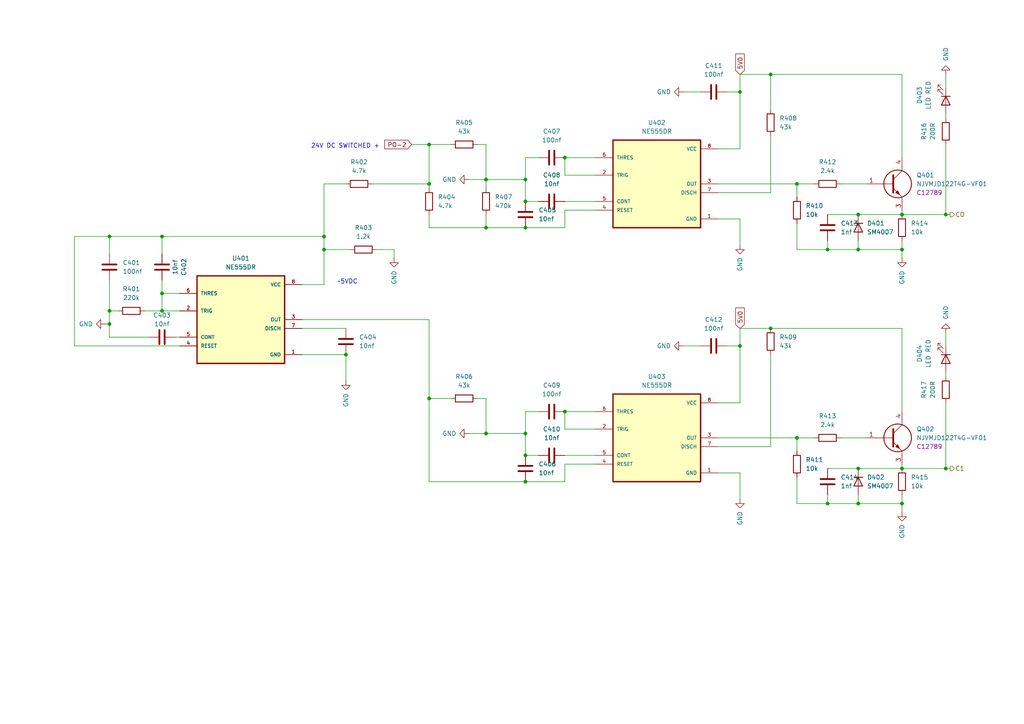
<source format=kicad_sch>
(kicad_sch (version 20211123) (generator eeschema)
  (paper "A4")
  (lib_symbols
    (symbol "Device:C" (pin_numbers hide) (pin_names (offset 0.254))
      (property "Reference" "C" (at 0.635 2.54 0))
      (property "Value" "C" (at 0.635 -2.54 0))
      (symbol "C_0_1"
        (polyline (pts (xy -2.032 -0.762) (xy 2.032 -0.762)) (stroke (width 0.508)))
        (polyline (pts (xy -2.032 0.762) (xy 2.032 0.762)) (stroke (width 0.508)))
      )
      (symbol "C_1_1"
        (pin passive line (at 0 3.81 270) (length 2.794) (name "~") (number "1"))
        (pin passive line (at 0 -3.81 90) (length 2.794) (name "~") (number "2"))
      )
    )
    (symbol "Device:LED" (pin_numbers hide) (pin_names (offset 1.016) hide)
      (property "Reference" "D" (at 0 2.54 0))
      (property "Value" "LED" (at 0 -2.54 0))
      (symbol "LED_0_1"
        (polyline (pts (xy -1.27 -1.27) (xy -1.27 1.27)) (stroke (width 0.254)))
        (polyline (pts (xy -1.27 0) (xy 1.27 0)))
        (polyline (pts (xy 1.27 -1.27) (xy 1.27 1.27) (xy -1.27 0) (xy 1.27 -1.27)) (stroke (width 0.254)))
        (polyline (pts (xy -3.048 -0.762) (xy -4.572 -2.286) (xy -3.81 -2.286) (xy -4.572 -2.286) (xy -4.572 -1.524)))
        (polyline (pts (xy -1.778 -0.762) (xy -3.302 -2.286) (xy -2.54 -2.286) (xy -3.302 -2.286) (xy -3.302 -1.524)))
      )
      (symbol "LED_1_1"
        (pin passive line (at -3.81 0 0) (length 2.54) (name "K") (number "1"))
        (pin passive line (at 3.81 0 180) (length 2.54) (name "A") (number "2"))
      )
    )
    (symbol "Device:R" (pin_numbers hide) (pin_names (offset 0))
      (property "Reference" "R" (at 2.032 0 90))
      (property "Value" "R" (at 0 0 90))
      (symbol "R_0_1"
        (rectangle (start -1.016 -2.54) (end 1.016 2.54) (stroke (width 0.254)))
      )
      (symbol "R_1_1"
        (pin passive line (at 0 3.81 270) (length 1.27) (name "~") (number "1"))
        (pin passive line (at 0 -3.81 90) (length 1.27) (name "~") (number "2"))
      )
    )
    (symbol "Diode:SM4007" (pin_numbers hide) (pin_names (offset 1.016) hide)
      (property "Reference" "D" (at 0 2.54 0))
      (property "Value" "SM4007" (at 0 -2.54 0))
      (symbol "SM4007_0_1"
        (polyline (pts (xy -1.27 1.27) (xy -1.27 -1.27)) (stroke (width 0.254)))
        (polyline (pts (xy 1.27 0) (xy -1.27 0)))
        (polyline (pts (xy 1.27 1.27) (xy 1.27 -1.27) (xy -1.27 0) (xy 1.27 1.27)) (stroke (width 0.254)))
      )
      (symbol "SM4007_1_1"
        (pin passive line (at -3.81 0 0) (length 2.54) (name "K") (number "1"))
        (pin passive line (at 3.81 0 180) (length 2.54) (name "A") (number "2"))
      )
    )
    (symbol "PCB_Library:NE555DR" (pin_names (offset 1.016))
      (property "Reference" "U" (at -12.7 13.6906 0))
      (property "Value" "NE555DR" (at -12.7 -16.6878 0))
      (symbol "NE555DR_0_0"
        (rectangle (start -12.7 -12.7) (end 12.7 12.7) (stroke (width 0.4064)) (fill (type background)))
        (pin power_in line (at 17.78 -10.16 180) (length 5.08) (name "GND") (number "1"))
        (pin input line (at -17.78 2.54 0) (length 5.08) (name "TRIG") (number "2"))
        (pin output line (at 17.78 0 180) (length 5.08) (name "OUT") (number "3"))
        (pin input line (at -17.78 -7.62 0) (length 5.08) (name "RESET") (number "4"))
        (pin bidirectional line (at -17.78 -5.08 0) (length 5.08) (name "CONT") (number "5"))
        (pin input line (at -17.78 7.62 0) (length 5.08) (name "THRES") (number "6"))
        (pin output line (at 17.78 -2.54 180) (length 5.08) (name "DISCH") (number "7"))
        (pin power_in line (at 17.78 10.16 180) (length 5.08) (name "VCC") (number "8"))
      )
    )
    (symbol "PCB_Library:NJVMJD122T4G-VF01" (pin_names (offset 0.762))
      (property "Reference" "Q" (at 13.97 1.27 0))
      (property "Value" "NJVMJD122T4G-VF01" (at 13.97 -1.27 0))
      (property "LCSC" "C12789" (at 0 0 0))
      (symbol "NJVMJD122T4G-VF01_0_0"
        (pin passive line (at 0 0 0) (length 2.54) (name "~") (number "1"))
        (pin passive line (at 10.16 -7.62 90) (length 2.54) (name "~") (number "3"))
        (pin passive line (at 10.16 7.62 270) (length 2.54) (name "~") (number "4"))
      )
      (symbol "NJVMJD122T4G-VF01_0_1"
        (polyline (pts (xy 2.54 0) (xy 7.62 0)) (stroke (width 0.1524)))
        (polyline (pts (xy 7.62 -1.27) (xy 10.16 -3.81)) (stroke (width 0.1524)))
        (polyline (pts (xy 7.62 1.27) (xy 10.16 3.81)) (stroke (width 0.1524)))
        (polyline (pts (xy 7.62 2.54) (xy 7.62 -2.54)) (stroke (width 0.508)))
        (polyline (pts (xy 10.16 -3.81) (xy 10.16 -5.08)) (stroke (width 0.1524)))
        (polyline (pts (xy 10.16 3.81) (xy 10.16 5.08)) (stroke (width 0.1524)))
        (polyline (pts (xy 8.382 -2.54) (xy 8.89 -2.032) (xy 9.398 -3.048) (xy 8.382 -2.54)) (stroke (width 0.254)) (fill (type outline)))
        (circle (center 8.89 0) (radius 4.0132) (stroke (width 0.254)))
      )
    )
    (symbol "power:GND" (power) (pin_names (offset 0))
      (property "Value" "GND" (at 0 -3.81 0))
      (symbol "GND_0_1"
        (polyline (pts (xy 0 0) (xy 0 -1.27) (xy 1.27 -1.27) (xy 0 -2.54) (xy -1.27 -1.27) (xy 0 -1.27)))
      )
      (symbol "GND_1_1"
        (pin power_in line (at 0 0 270) (length 0) hide (name "GND") (number "1"))
      )
    )
  )
  (junction (at 261.62 135.89))
  (junction (at 124.46 41.91))
  (junction (at 152.4 66.04))
  (junction (at 248.92 62.23))
  (junction (at 140.97 125.73))
  (junction (at 214.63 100.33))
  (junction (at 140.97 52.07))
  (junction (at 152.4 139.7))
  (junction (at 152.4 52.07))
  (junction (at 93.98 72.39))
  (junction (at 261.62 146.05))
  (junction (at 248.92 135.89))
  (junction (at 261.62 62.23))
  (junction (at 223.52 95.25))
  (junction (at 248.92 146.05))
  (junction (at 46.99 90.17))
  (junction (at 240.03 72.39))
  (junction (at 163.83 119.38))
  (junction (at 274.32 62.23))
  (junction (at 46.99 85.09))
  (junction (at 248.92 72.39))
  (junction (at 140.97 66.04))
  (junction (at 223.52 21.59))
  (junction (at 152.4 125.73))
  (junction (at 214.63 26.67))
  (junction (at 152.4 58.42))
  (junction (at 240.03 146.05))
  (junction (at 231.14 53.34))
  (junction (at 124.46 115.57))
  (junction (at 261.62 72.39))
  (junction (at 274.32 135.89))
  (junction (at 31.75 90.17))
  (junction (at 100.33 102.87))
  (junction (at 31.75 68.58))
  (junction (at 46.99 68.58))
  (junction (at 31.75 93.98))
  (junction (at 152.4 132.08))
  (junction (at 93.98 68.58))
  (junction (at 231.14 127))
  (junction (at 163.83 45.72))
  (junction (at 124.46 53.34))
  (wire (pts (xy 138.43 115.57) (xy 140.97 115.57)))
  (wire (pts (xy 46.99 85.09) (xy 46.99 90.17)))
  (wire (pts (xy 248.92 146.05) (xy 261.62 146.05)))
  (wire (pts (xy 274.32 100.33) (xy 274.32 96.52)))
  (wire (pts (xy 31.75 97.79) (xy 43.18 97.79)))
  (wire (pts (xy 261.62 143.51) (xy 261.62 146.05)))
  (wire (pts (xy 93.98 72.39) (xy 101.6 72.39)))
  (wire (pts (xy 172.72 119.38) (xy 163.83 119.38)))
  (wire (pts (xy 163.83 134.62) (xy 163.83 139.7)))
  (wire (pts (xy 261.62 69.85) (xy 261.62 72.39)))
  (wire (pts (xy 135.89 52.07) (xy 140.97 52.07)))
  (wire (pts (xy 261.62 60.96) (xy 261.62 62.23)))
  (wire (pts (xy 93.98 53.34) (xy 93.98 68.58)))
  (wire (pts (xy 240.03 143.51) (xy 240.03 146.05)))
  (wire (pts (xy 31.75 90.17) (xy 31.75 93.98)))
  (wire (pts (xy 261.62 62.23) (xy 274.32 62.23)))
  (wire (pts (xy 163.83 124.46) (xy 172.72 124.46)))
  (wire (pts (xy 52.07 100.33) (xy 21.59 100.33)))
  (wire (pts (xy 124.46 41.91) (xy 124.46 53.34)))
  (wire (pts (xy 140.97 52.07) (xy 140.97 54.61)))
  (wire (pts (xy 163.83 132.08) (xy 172.72 132.08)))
  (wire (pts (xy 243.84 53.34) (xy 251.46 53.34)))
  (wire (pts (xy 152.4 66.04) (xy 163.83 66.04)))
  (wire (pts (xy 274.32 116.84) (xy 274.32 135.89)))
  (wire (pts (xy 208.28 55.88) (xy 223.52 55.88)))
  (wire (pts (xy 261.62 72.39) (xy 261.62 74.93)))
  (wire (pts (xy 46.99 81.28) (xy 46.99 85.09)))
  (wire (pts (xy 274.32 34.29) (xy 274.32 33.02)))
  (wire (pts (xy 231.14 127) (xy 236.22 127)))
  (wire (pts (xy 261.62 146.05) (xy 261.62 148.59)))
  (wire (pts (xy 223.52 31.75) (xy 223.52 21.59)))
  (wire (pts (xy 21.59 100.33) (xy 21.59 68.58)))
  (wire (pts (xy 248.92 72.39) (xy 261.62 72.39)))
  (wire (pts (xy 140.97 125.73) (xy 152.4 125.73)))
  (wire (pts (xy 223.52 129.54) (xy 223.52 102.87)))
  (wire (pts (xy 119.38 41.91) (xy 124.46 41.91)))
  (wire (pts (xy 124.46 139.7) (xy 152.4 139.7)))
  (wire (pts (xy 261.62 45.72) (xy 261.62 21.59)))
  (wire (pts (xy 107.95 53.34) (xy 124.46 53.34)))
  (wire (pts (xy 50.8 97.79) (xy 52.07 97.79)))
  (wire (pts (xy 274.32 41.91) (xy 274.32 62.23)))
  (wire (pts (xy 240.03 135.89) (xy 248.92 135.89)))
  (wire (pts (xy 152.4 45.72) (xy 152.4 52.07)))
  (wire (pts (xy 208.28 127) (xy 231.14 127)))
  (wire (pts (xy 140.97 115.57) (xy 140.97 125.73)))
  (wire (pts (xy 214.63 43.18) (xy 208.28 43.18)))
  (wire (pts (xy 124.46 115.57) (xy 124.46 139.7)))
  (wire (pts (xy 31.75 68.58) (xy 46.99 68.58)))
  (wire (pts (xy 46.99 90.17) (xy 52.07 90.17)))
  (wire (pts (xy 93.98 82.55) (xy 87.63 82.55)))
  (wire (pts (xy 140.97 41.91) (xy 140.97 52.07)))
  (wire (pts (xy 124.46 92.71) (xy 124.46 115.57)))
  (wire (pts (xy 231.14 53.34) (xy 236.22 53.34)))
  (wire (pts (xy 248.92 143.51) (xy 248.92 146.05)))
  (wire (pts (xy 248.92 69.85) (xy 248.92 72.39)))
  (wire (pts (xy 214.63 116.84) (xy 208.28 116.84)))
  (wire (pts (xy 214.63 95.25) (xy 223.52 95.25)))
  (wire (pts (xy 214.63 21.59) (xy 214.63 26.67)))
  (wire (pts (xy 214.63 21.59) (xy 223.52 21.59)))
  (wire (pts (xy 231.14 64.77) (xy 231.14 72.39)))
  (wire (pts (xy 172.72 60.96) (xy 163.83 60.96)))
  (wire (pts (xy 140.97 62.23) (xy 140.97 66.04)))
  (wire (pts (xy 274.32 25.4) (xy 274.32 21.59)))
  (wire (pts (xy 261.62 21.59) (xy 223.52 21.59)))
  (wire (pts (xy 124.46 53.34) (xy 124.46 54.61)))
  (wire (pts (xy 138.43 41.91) (xy 140.97 41.91)))
  (wire (pts (xy 152.4 58.42) (xy 156.21 58.42)))
  (wire (pts (xy 140.97 66.04) (xy 152.4 66.04)))
  (wire (pts (xy 231.14 127) (xy 231.14 130.81)))
  (wire (pts (xy 130.81 41.91) (xy 124.46 41.91)))
  (wire (pts (xy 214.63 95.25) (xy 214.63 100.33)))
  (wire (pts (xy 223.52 55.88) (xy 223.52 39.37)))
  (wire (pts (xy 30.48 93.98) (xy 31.75 93.98)))
  (wire (pts (xy 156.21 45.72) (xy 152.4 45.72)))
  (wire (pts (xy 208.28 53.34) (xy 231.14 53.34)))
  (wire (pts (xy 240.03 146.05) (xy 248.92 146.05)))
  (wire (pts (xy 231.14 138.43) (xy 231.14 146.05)))
  (wire (pts (xy 135.89 125.73) (xy 140.97 125.73)))
  (wire (pts (xy 152.4 119.38) (xy 152.4 125.73)))
  (wire (pts (xy 140.97 52.07) (xy 152.4 52.07)))
  (wire (pts (xy 231.14 146.05) (xy 240.03 146.05)))
  (wire (pts (xy 261.62 135.89) (xy 274.32 135.89)))
  (wire (pts (xy 163.83 60.96) (xy 163.83 66.04)))
  (wire (pts (xy 248.92 62.23) (xy 261.62 62.23)))
  (wire (pts (xy 100.33 102.87) (xy 100.33 110.49)))
  (wire (pts (xy 52.07 85.09) (xy 46.99 85.09)))
  (wire (pts (xy 124.46 62.23) (xy 124.46 66.04)))
  (wire (pts (xy 274.32 135.89) (xy 275.59 135.89)))
  (wire (pts (xy 198.12 26.67) (xy 203.2 26.67)))
  (wire (pts (xy 31.75 81.28) (xy 31.75 90.17)))
  (wire (pts (xy 208.28 137.16) (xy 214.63 137.16)))
  (wire (pts (xy 163.83 119.38) (xy 163.83 124.46)))
  (wire (pts (xy 31.75 97.79) (xy 31.75 93.98)))
  (wire (pts (xy 152.4 52.07) (xy 152.4 58.42)))
  (wire (pts (xy 274.32 109.22) (xy 274.32 107.95)))
  (wire (pts (xy 93.98 72.39) (xy 93.98 82.55)))
  (wire (pts (xy 240.03 69.85) (xy 240.03 72.39)))
  (wire (pts (xy 41.91 90.17) (xy 46.99 90.17)))
  (wire (pts (xy 210.82 26.67) (xy 214.63 26.67)))
  (wire (pts (xy 156.21 119.38) (xy 152.4 119.38)))
  (wire (pts (xy 214.63 137.16) (xy 214.63 144.78)))
  (wire (pts (xy 114.3 72.39) (xy 114.3 74.93)))
  (wire (pts (xy 34.29 90.17) (xy 31.75 90.17)))
  (wire (pts (xy 46.99 68.58) (xy 93.98 68.58)))
  (wire (pts (xy 87.63 92.71) (xy 124.46 92.71)))
  (wire (pts (xy 172.72 45.72) (xy 163.83 45.72)))
  (wire (pts (xy 172.72 134.62) (xy 163.83 134.62)))
  (wire (pts (xy 261.62 95.25) (xy 223.52 95.25)))
  (wire (pts (xy 214.63 26.67) (xy 214.63 43.18)))
  (wire (pts (xy 208.28 63.5) (xy 214.63 63.5)))
  (wire (pts (xy 243.84 127) (xy 251.46 127)))
  (wire (pts (xy 152.4 125.73) (xy 152.4 132.08)))
  (wire (pts (xy 261.62 119.38) (xy 261.62 95.25)))
  (wire (pts (xy 163.83 50.8) (xy 172.72 50.8)))
  (wire (pts (xy 240.03 62.23) (xy 248.92 62.23)))
  (wire (pts (xy 93.98 68.58) (xy 93.98 72.39)))
  (wire (pts (xy 208.28 129.54) (xy 223.52 129.54)))
  (wire (pts (xy 152.4 139.7) (xy 163.83 139.7)))
  (wire (pts (xy 274.32 62.23) (xy 275.59 62.23)))
  (wire (pts (xy 198.12 100.33) (xy 203.2 100.33)))
  (wire (pts (xy 163.83 58.42) (xy 172.72 58.42)))
  (wire (pts (xy 214.63 63.5) (xy 214.63 71.12)))
  (wire (pts (xy 21.59 68.58) (xy 31.75 68.58)))
  (wire (pts (xy 248.92 135.89) (xy 261.62 135.89)))
  (wire (pts (xy 31.75 68.58) (xy 31.75 73.66)))
  (wire (pts (xy 100.33 53.34) (xy 93.98 53.34)))
  (wire (pts (xy 152.4 132.08) (xy 156.21 132.08)))
  (wire (pts (xy 231.14 72.39) (xy 240.03 72.39)))
  (wire (pts (xy 124.46 66.04) (xy 140.97 66.04)))
  (wire (pts (xy 163.83 45.72) (xy 163.83 50.8)))
  (wire (pts (xy 87.63 95.25) (xy 100.33 95.25)))
  (wire (pts (xy 210.82 100.33) (xy 214.63 100.33)))
  (wire (pts (xy 46.99 68.58) (xy 46.99 73.66)))
  (wire (pts (xy 100.33 102.87) (xy 87.63 102.87)))
  (wire (pts (xy 261.62 134.62) (xy 261.62 135.89)))
  (wire (pts (xy 114.3 72.39) (xy 109.22 72.39)))
  (wire (pts (xy 231.14 53.34) (xy 231.14 57.15)))
  (wire (pts (xy 130.81 115.57) (xy 124.46 115.57)))
  (wire (pts (xy 240.03 72.39) (xy 248.92 72.39)))
  (wire (pts (xy 214.63 100.33) (xy 214.63 116.84)))
  (text "~5VDC" (at 97.79 82.55 0) (effects (font (size 1.27 1.27)) (justify left bottom)))
  (text "24V DC SWITCHED +" (at 90.17 43.18 0) (effects (font (size 1.27 1.27)) (justify left bottom)))
  (global_label "5V0" (shape input) (at 214.63 21.59 90) (property "Intersheet References" "${INTERSHEET_REFS}" (effects hide)))
  (global_label "PO-2" (shape input) (at 119.38 41.91 180) (property "Intersheet References" "${INTERSHEET_REFS}" (effects hide)))
  (global_label "5V0" (shape input) (at 214.63 95.25 90) (property "Intersheet References" "${INTERSHEET_REFS}" (effects hide)))
  (hierarchical_label "CO" (shape output) (at 275.59 62.23 0))
  (hierarchical_label "C1" (shape output) (at 275.59 135.89 0))
  (symbol (lib_id "Device:R") (at 124.46 58.42 0) (unit 1)
    (property "Reference" "R404" (at 127 57.1499 0) (effects (justify left)))
    (property "Value" "4.7k" (at 127 59.6899 0) (effects (justify left)))
    (property "Footprint" "Footprints:R_0402_1005Metric" (effects hide))
    (property "LCSC" "C25900" (effects hide))
  )
  (symbol (lib_id "Diode:SM4007") (at 248.92 139.7 270) (unit 1)
    (property "Reference" "D402" (at 251.46 138.4299 90) (effects (justify left)))
    (property "Value" "SM4007" (at 251.46 140.9699 90) (effects (justify left)))
    (property "Footprint" "Diode_SMD:D_MELF" (effects hide))
    (property "Datasheet" "http://cdn-reichelt.de/documents/datenblatt/A400/SMD1N400%23DIO.pdf" (effects hide))
    (property "LCSC" "C64898" (effects hide))
  )
  (symbol (lib_id "power:GND") (at 30.48 93.98 270) (mirror x) (unit 1)
    (property "Reference" "#PWR0401" (effects hide))
    (property "Value" "GND" (at 22.86 93.98 90) (effects (justify left)))
  )
  (symbol (lib_id "Device:R") (at 134.62 115.57 90) (unit 1)
    (property "Reference" "R406" (at 134.62 109.22 90))
    (property "Value" "43k" (at 134.62 111.76 90))
    (property "Footprint" "Footprints:R_0603_1608Metric" (effects hide))
    (property "LCSC" "C25804" (effects hide))
  )
  (symbol (lib_id "PCB_Library:NE555DR") (at 190.5 127 0) (unit 1)
    (property "Reference" "U403" (at 190.5 109.22 0))
    (property "Value" "NE555DR" (at 190.5 111.76 0))
    (property "Footprint" "SOIC127P599X175-8N" (effects hide))
    (property "PRICE" "None" (effects hide))
    (property "MOUSER-PURCHASE-URL" "https://snapeda.com/shop?store=Mouser&id=290253" (effects hide))
    (property "PACKAGE" "SOIC-8 Texas Instruments" (effects hide))
    (property "MF" "Texas Instruments" (effects hide))
    (property "DIGIKEY-PURCHASE-URL" "https://snapeda.com/shop?store=DigiKey&id=290253" (effects hide))
    (property "DESCRIPTION" "Precision Timers 8-SOIC -40 to 105" (effects hide))
    (property "TEXAS_INSTRUMENTS-PURCHASE-URL" "https://snapeda.com/shop?store=Texas+Instruments&id=290253" (effects hide))
    (property "AVAILABILITY" "Unavailable" (effects hide))
    (property "MP" "NA555DR" (effects hide))
    (property "ARROW_ELECTRONICS-PURCHASE-URL" "https://snapeda.com/shop?store=Arrow+Electronics&id=290253" (effects hide))
    (property "LCSC" "C7593" (effects hide))
  )
  (symbol (lib_id "power:GND") (at 274.32 21.59 180) (unit 1)
    (property "Reference" "#PWR0412" (effects hide))
    (property "Value" "GND" (at 274.3199 17.78 90) (effects (justify right)))
  )
  (symbol (lib_id "Device:C") (at 152.4 135.89 180) (unit 1)
    (property "Reference" "C406" (at 156.21 134.6199 0) (effects (justify right)))
    (property "Value" "10nf" (at 156.21 137.1599 0) (effects (justify right)))
    (property "Footprint" "Footprints:C_0402_1005Metric" (effects hide))
    (property "LCSC" "C15195" (effects hide))
  )
  (symbol (lib_id "Device:R") (at 38.1 90.17 270) (unit 1)
    (property "Reference" "R401" (at 38.1 83.82 90))
    (property "Value" "220k" (at 38.1 86.36 90))
    (property "Footprint" "Footprints:R_0402_1005Metric" (effects hide))
    (property "LCSC" "C25744" (effects hide))
  )
  (symbol (lib_id "power:GND") (at 274.32 96.52 180) (unit 1)
    (property "Reference" "#PWR0413" (effects hide))
    (property "Value" "GND" (at 274.3199 92.71 90) (effects (justify right)))
  )
  (symbol (lib_id "power:GND") (at 198.12 26.67 270) (mirror x) (unit 1)
    (property "Reference" "#PWR0406" (effects hide))
    (property "Value" "GND" (at 190.5 26.67 90) (effects (justify left)))
  )
  (symbol (lib_id "Device:C") (at 207.01 100.33 90) (unit 1)
    (property "Reference" "C412" (at 207.01 92.71 90))
    (property "Value" "100nf" (at 207.01 95.25 90))
    (property "Footprint" "Footprints:C_0402_1005Metric" (effects hide))
    (property "LCSC" "C307331" (effects hide))
  )
  (symbol (lib_id "Device:R") (at 231.14 60.96 0) (unit 1)
    (property "Reference" "R410" (at 233.68 59.6899 0) (effects (justify left)))
    (property "Value" "10k" (at 233.68 62.2299 0) (effects (justify left)))
    (property "Footprint" "Footprints:R_0402_1005Metric" (effects hide))
    (property "LCSC" "C25744" (effects hide))
  )
  (symbol (lib_id "Device:R") (at 231.14 134.62 0) (unit 1)
    (property "Reference" "R411" (at 233.68 133.3499 0) (effects (justify left)))
    (property "Value" "10k" (at 233.68 135.8899 0) (effects (justify left)))
    (property "Footprint" "Footprints:R_0402_1005Metric" (effects hide))
    (property "LCSC" "C25744" (effects hide))
  )
  (symbol (lib_id "Device:R") (at 223.52 35.56 0) (unit 1)
    (property "Reference" "R408" (at 226.06 34.2899 0) (effects (justify left)))
    (property "Value" "43k" (at 226.06 36.8299 0) (effects (justify left)))
    (property "Footprint" "Footprints:R_0603_1608Metric" (effects hide))
    (property "LCSC" "C25804" (effects hide))
  )
  (symbol (lib_id "power:GND") (at 135.89 52.07 270) (mirror x) (unit 1)
    (property "Reference" "#PWR0404" (effects hide))
    (property "Value" "GND" (at 128.27 52.07 90) (effects (justify left)))
  )
  (symbol (lib_id "Device:C") (at 152.4 62.23 180) (unit 1)
    (property "Reference" "C405" (at 156.21 60.9599 0) (effects (justify right)))
    (property "Value" "10nf" (at 156.21 63.4999 0) (effects (justify right)))
    (property "Footprint" "Footprints:C_0402_1005Metric" (effects hide))
    (property "LCSC" "C15195" (effects hide))
  )
  (symbol (lib_id "Device:C") (at 160.02 45.72 90) (unit 1)
    (property "Reference" "C407" (at 160.02 38.1 90))
    (property "Value" "100nf" (at 160.02 40.64 90))
    (property "Footprint" "Footprints:C_0402_1005Metric" (effects hide))
    (property "LCSC" "C307331" (effects hide))
  )
  (symbol (lib_id "Device:C") (at 160.02 119.38 90) (unit 1)
    (property "Reference" "C409" (at 160.02 111.76 90))
    (property "Value" "100nf" (at 160.02 114.3 90))
    (property "Footprint" "Footprints:C_0402_1005Metric" (effects hide))
    (property "LCSC" "C307331" (effects hide))
  )
  (symbol (lib_id "Device:R") (at 134.62 41.91 90) (unit 1)
    (property "Reference" "R405" (at 134.62 35.56 90))
    (property "Value" "43k" (at 134.62 38.1 90))
    (property "Footprint" "Footprints:R_0603_1608Metric" (effects hide))
    (property "LCSC" "C25804" (effects hide))
  )
  (symbol (lib_id "power:GND") (at 261.62 74.93 0) (mirror y) (unit 1)
    (property "Reference" "#PWR0410" (effects hide))
    (property "Value" "GND" (at 261.62 82.55 90) (effects (justify left)))
  )
  (symbol (lib_id "Device:R") (at 140.97 58.42 180) (unit 1)
    (property "Reference" "R407" (at 143.51 57.1499 0) (effects (justify right)))
    (property "Value" "470k" (at 143.51 59.6899 0) (effects (justify right)))
    (property "Footprint" "Footprints:R_0402_1005Metric" (effects hide))
    (property "LCSC" "C25790" (effects hide))
  )
  (symbol (lib_id "Device:LED") (at 274.32 29.21 270) (unit 1)
    (property "Reference" "D403" (at 266.7 27.6225 0))
    (property "Value" "LED RED" (at 269.24 27.6225 0))
    (property "Footprint" "Footprints:LED_0603_1608Metric" (effects hide))
    (property "LCSC" "C2286" (effects hide))
  )
  (symbol (lib_id "Device:R") (at 261.62 66.04 0) (unit 1)
    (property "Reference" "R414" (at 264.16 64.7699 0) (effects (justify left)))
    (property "Value" "10k" (at 264.16 67.3099 0) (effects (justify left)))
    (property "Footprint" "Footprints:R_0402_1005Metric" (effects hide))
    (property "LCSC" "C25744" (effects hide))
  )
  (symbol (lib_id "PCB_Library:NJVMJD122T4G-VF01") (at 251.46 127 0) (unit 1)
    (property "Reference" "Q402" (at 265.811 124.4599 0) (effects (justify left)))
    (property "Value" "NJVMJD122T4G-VF01" (at 265.811 126.9999 0) (effects (justify left)))
    (property "Footprint" "PCB_Library:NJVMJD122T4GVF01" (effects hide))
    (property "Datasheet" "http://www.onsemi.com/pub/Collateral/MJD122-D.PDF" (effects hide))
    (property "Description" "ON SEMICONDUCTOR - NJVMJD122T4G-VF01 - TRANS, AEC-Q101, NPN, 100V, TO-252-3" (effects hide))
    (property "Manufacturer_Name" "onsemi" (effects hide))
    (property "Manufacturer_Part_Number" "NJVMJD122T4G-VF01" (effects hide))
    (property "LCSC" "C12789" (at 265.811 129.5399 0) (effects (justify left)))
  )
  (symbol (lib_id "power:GND") (at 261.62 148.59 0) (mirror y) (unit 1)
    (property "Reference" "#PWR0411" (effects hide))
    (property "Value" "GND" (at 261.62 156.21 90) (effects (justify left)))
  )
  (symbol (lib_id "Device:C") (at 100.33 99.06 180) (unit 1)
    (property "Reference" "C404" (at 104.14 97.7899 0) (effects (justify right)))
    (property "Value" "10nf" (at 104.14 100.3299 0) (effects (justify right)))
    (property "Footprint" "Footprints:C_0402_1005Metric" (effects hide))
    (property "LCSC" "C15195" (effects hide))
  )
  (symbol (lib_id "power:GND") (at 114.3 74.93 0) (mirror y) (unit 1)
    (property "Reference" "#PWR0403" (effects hide))
    (property "Value" "GND" (at 114.3 82.55 90) (effects (justify left)))
  )
  (symbol (lib_id "Device:C") (at 240.03 66.04 0) (unit 1)
    (property "Reference" "C413" (at 243.84 64.7699 0) (effects (justify left)))
    (property "Value" "1nf" (at 243.84 67.3099 0) (effects (justify left)))
    (property "Footprint" "Footprints:C_0402_1005Metric" (effects hide))
    (property "LCSC" "C1523" (effects hide))
  )
  (symbol (lib_id "Device:C") (at 207.01 26.67 90) (unit 1)
    (property "Reference" "C411" (at 207.01 19.05 90))
    (property "Value" "100nf" (at 207.01 21.59 90))
    (property "Footprint" "Footprints:C_0402_1005Metric" (effects hide))
    (property "LCSC" "C307331" (effects hide))
  )
  (symbol (lib_id "Device:C") (at 240.03 139.7 0) (unit 1)
    (property "Reference" "C414" (at 243.84 138.4299 0) (effects (justify left)))
    (property "Value" "1nf" (at 243.84 140.9699 0) (effects (justify left)))
    (property "Footprint" "Footprints:C_0402_1005Metric" (effects hide))
    (property "LCSC" "C1523" (effects hide))
  )
  (symbol (lib_id "power:GND") (at 198.12 100.33 270) (mirror x) (unit 1)
    (property "Reference" "#PWR0407" (effects hide))
    (property "Value" "GND" (at 190.5 100.33 90) (effects (justify left)))
  )
  (symbol (lib_id "power:GND") (at 214.63 71.12 0) (mirror y) (unit 1)
    (property "Reference" "#PWR0408" (effects hide))
    (property "Value" "GND" (at 214.63 78.74 90) (effects (justify left)))
  )
  (symbol (lib_id "PCB_Library:NJVMJD122T4G-VF01") (at 251.46 53.34 0) (unit 1)
    (property "Reference" "Q401" (at 265.811 50.7999 0) (effects (justify left)))
    (property "Value" "NJVMJD122T4G-VF01" (at 265.811 53.3399 0) (effects (justify left)))
    (property "Footprint" "PCB_Library:NJVMJD122T4GVF01" (effects hide))
    (property "Datasheet" "http://www.onsemi.com/pub/Collateral/MJD122-D.PDF" (effects hide))
    (property "Description" "ON SEMICONDUCTOR - NJVMJD122T4G-VF01 - TRANS, AEC-Q101, NPN, 100V, TO-252-3" (effects hide))
    (property "Manufacturer_Name" "onsemi" (effects hide))
    (property "Manufacturer_Part_Number" "NJVMJD122T4G-VF01" (effects hide))
    (property "LCSC" "C12789" (at 265.811 55.8799 0) (effects (justify left)))
  )
  (symbol (lib_id "Diode:SM4007") (at 248.92 66.04 270) (unit 1)
    (property "Reference" "D401" (at 251.46 64.7699 90) (effects (justify left)))
    (property "Value" "SM4007" (at 251.46 67.3099 90) (effects (justify left)))
    (property "Footprint" "Diode_SMD:D_MELF" (effects hide))
    (property "Datasheet" "http://cdn-reichelt.de/documents/datenblatt/A400/SMD1N400%23DIO.pdf" (effects hide))
    (property "LCSC" "C64898" (effects hide))
  )
  (symbol (lib_id "Device:R") (at 274.32 38.1 0) (unit 1)
    (property "Reference" "R416" (at 267.97 38.1 90))
    (property "Value" "200R" (at 270.51 38.1 90))
    (property "Footprint" "Footprints:R_0402_1005Metric" (effects hide))
    (property "LCSC" "C25087" (effects hide))
  )
  (symbol (lib_id "power:GND") (at 214.63 144.78 0) (mirror y) (unit 1)
    (property "Reference" "#PWR0409" (effects hide))
    (property "Value" "GND" (at 214.63 152.4 90) (effects (justify left)))
  )
  (symbol (lib_id "Device:C") (at 160.02 58.42 90) (unit 1)
    (property "Reference" "C408" (at 160.02 50.8 90))
    (property "Value" "10nf" (at 160.02 53.34 90))
    (property "Footprint" "Footprints:C_0402_1005Metric" (effects hide))
    (property "LCSC" "C15195" (effects hide))
  )
  (symbol (lib_id "Device:C") (at 31.75 77.47 180) (unit 1)
    (property "Reference" "C401" (at 35.56 76.1999 0) (effects (justify right)))
    (property "Value" "100nf" (at 35.56 78.7399 0) (effects (justify right)))
    (property "Footprint" "Footprints:C_0402_1005Metric" (effects hide))
    (property "LCSC" "C307331" (effects hide))
  )
  (symbol (lib_id "Device:R") (at 105.41 72.39 90) (unit 1)
    (property "Reference" "R403" (at 105.41 66.04 90))
    (property "Value" "1.2k" (at 105.41 68.58 90))
    (property "Footprint" "Footprints:R_0402_1005Metric" (effects hide))
    (property "LCSC" "C25862" (effects hide))
  )
  (symbol (lib_id "Device:R") (at 274.32 113.03 0) (unit 1)
    (property "Reference" "R417" (at 267.97 113.03 90))
    (property "Value" "200R" (at 270.51 113.03 90))
    (property "Footprint" "Footprints:R_0402_1005Metric" (effects hide))
    (property "LCSC" "C25087" (effects hide))
  )
  (symbol (lib_id "power:GND") (at 135.89 125.73 270) (mirror x) (unit 1)
    (property "Reference" "#PWR0405" (effects hide))
    (property "Value" "GND" (at 128.27 125.73 90) (effects (justify left)))
  )
  (symbol (lib_id "Device:R") (at 240.03 53.34 270) (unit 1)
    (property "Reference" "R412" (at 240.03 46.99 90))
    (property "Value" "2.4k" (at 240.03 49.53 90))
    (property "Footprint" "Footprints:R_0402_1005Metric" (effects hide))
    (property "LCSC" "C25882" (effects hide))
  )
  (symbol (lib_id "Device:LED") (at 274.32 104.14 270) (unit 1)
    (property "Reference" "D404" (at 266.7 102.5525 0))
    (property "Value" "LED RED" (at 269.24 102.5525 0))
    (property "Footprint" "Footprints:LED_0603_1608Metric" (effects hide))
    (property "LCSC" "C2286" (effects hide))
  )
  (symbol (lib_id "PCB_Library:NE555DR") (at 69.85 92.71 0) (unit 1)
    (property "Reference" "U401" (at 69.85 74.93 0))
    (property "Value" "NE555DR" (at 69.85 77.47 0))
    (property "Footprint" "SOIC127P599X175-8N" (effects hide))
    (property "PRICE" "None" (effects hide))
    (property "MOUSER-PURCHASE-URL" "https://snapeda.com/shop?store=Mouser&id=290253" (effects hide))
    (property "PACKAGE" "SOIC-8 Texas Instruments" (effects hide))
    (property "MF" "Texas Instruments" (effects hide))
    (property "DIGIKEY-PURCHASE-URL" "https://snapeda.com/shop?store=DigiKey&id=290253" (effects hide))
    (property "DESCRIPTION" "Precision Timers 8-SOIC -40 to 105" (effects hide))
    (property "TEXAS_INSTRUMENTS-PURCHASE-URL" "https://snapeda.com/shop?store=Texas+Instruments&id=290253" (effects hide))
    (property "AVAILABILITY" "Unavailable" (effects hide))
    (property "MP" "NA555DR" (effects hide))
    (property "ARROW_ELECTRONICS-PURCHASE-URL" "https://snapeda.com/shop?store=Arrow+Electronics&id=290253" (effects hide))
    (property "LCSC" "C7593" (effects hide))
  )
  (symbol (lib_id "PCB_Library:NE555DR") (at 190.5 53.34 0) (unit 1)
    (property "Reference" "U402" (at 190.5 35.56 0))
    (property "Value" "NE555DR" (at 190.5 38.1 0))
    (property "Footprint" "SOIC127P599X175-8N" (effects hide))
    (property "PRICE" "None" (effects hide))
    (property "MOUSER-PURCHASE-URL" "https://snapeda.com/shop?store=Mouser&id=290253" (effects hide))
    (property "PACKAGE" "SOIC-8 Texas Instruments" (effects hide))
    (property "MF" "Texas Instruments" (effects hide))
    (property "DIGIKEY-PURCHASE-URL" "https://snapeda.com/shop?store=DigiKey&id=290253" (effects hide))
    (property "DESCRIPTION" "Precision Timers 8-SOIC -40 to 105" (effects hide))
    (property "TEXAS_INSTRUMENTS-PURCHASE-URL" "https://snapeda.com/shop?store=Texas+Instruments&id=290253" (effects hide))
    (property "AVAILABILITY" "Unavailable" (effects hide))
    (property "MP" "NA555DR" (effects hide))
    (property "ARROW_ELECTRONICS-PURCHASE-URL" "https://snapeda.com/shop?store=Arrow+Electronics&id=290253" (effects hide))
    (property "LCSC" "C7593" (effects hide))
  )
  (symbol (lib_id "Device:R") (at 104.14 53.34 90) (unit 1)
    (property "Reference" "R402" (at 104.14 46.99 90))
    (property "Value" "4.7k" (at 104.14 49.53 90))
    (property "Footprint" "Footprints:R_0402_1005Metric" (effects hide))
    (property "LCSC" "C25900" (effects hide))
  )
  (symbol (lib_id "Device:C") (at 46.99 97.79 90) (unit 1)
    (property "Reference" "C403" (at 46.99 91.44 90))
    (property "Value" "10nf" (at 46.99 93.98 90))
    (property "Footprint" "Footprints:C_0402_1005Metric" (effects hide))
    (property "LCSC" "C15195" (effects hide))
  )
  (symbol (lib_id "Device:R") (at 261.62 139.7 0) (unit 1)
    (property "Reference" "R415" (at 264.16 138.4299 0) (effects (justify left)))
    (property "Value" "10k" (at 264.16 140.9699 0) (effects (justify left)))
    (property "Footprint" "Footprints:R_0402_1005Metric" (effects hide))
    (property "LCSC" "C25744" (effects hide))
  )
  (symbol (lib_id "Device:R") (at 240.03 127 270) (unit 1)
    (property "Reference" "R413" (at 240.03 120.65 90))
    (property "Value" "2.4k" (at 240.03 123.19 90))
    (property "Footprint" "Footprints:R_0402_1005Metric" (effects hide))
    (property "LCSC" "C25882" (effects hide))
  )
  (symbol (lib_id "power:GND") (at 100.33 110.49 0) (mirror y) (unit 1)
    (property "Reference" "#PWR0402" (effects hide))
    (property "Value" "GND" (at 100.33 118.11 90) (effects (justify left)))
  )
  (symbol (lib_id "Device:C") (at 160.02 132.08 90) (unit 1)
    (property "Reference" "C410" (at 160.02 124.46 90))
    (property "Value" "10nf" (at 160.02 127 90))
    (property "Footprint" "Footprints:C_0402_1005Metric" (effects hide))
    (property "LCSC" "C15195" (effects hide))
  )
  (symbol (lib_id "Device:R") (at 223.52 99.06 0) (unit 1)
    (property "Reference" "R409" (at 226.06 97.7899 0) (effects (justify left)))
    (property "Value" "43k" (at 226.06 100.3299 0) (effects (justify left)))
    (property "Footprint" "Footprints:R_0603_1608Metric" (effects hide))
    (property "LCSC" "C25804" (effects hide))
  )
  (symbol (lib_id "Device:C") (at 46.99 77.47 0) (unit 1)
    (property "Reference" "C402" (at 53.34 77.47 90))
    (property "Value" "10nf" (at 50.8 77.47 90))
    (property "Footprint" "Footprints:C_0402_1005Metric" (effects hide))
    (property "LCSC" "C15195" (effects hide))
  )
)
</source>
